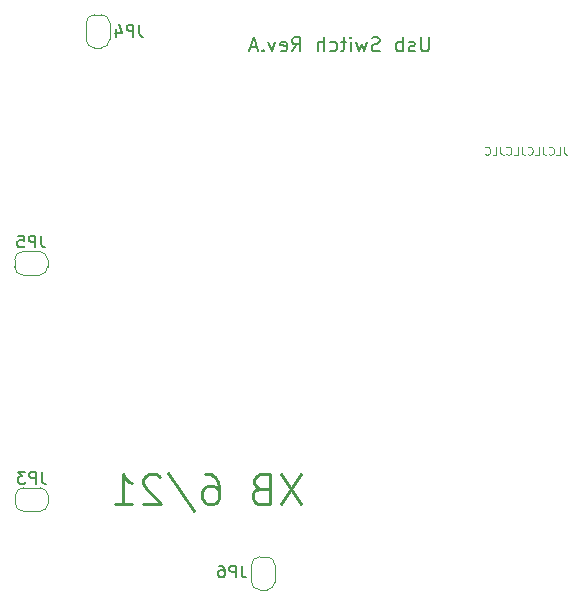
<source format=gbr>
G04 #@! TF.GenerationSoftware,KiCad,Pcbnew,5.1.5+dfsg1-2build2*
G04 #@! TF.CreationDate,2021-06-26T08:25:30+02:00*
G04 #@! TF.ProjectId,usb_switch,7573625f-7377-4697-9463-682e6b696361,rev?*
G04 #@! TF.SameCoordinates,Original*
G04 #@! TF.FileFunction,Legend,Bot*
G04 #@! TF.FilePolarity,Positive*
%FSLAX46Y46*%
G04 Gerber Fmt 4.6, Leading zero omitted, Abs format (unit mm)*
G04 Created by KiCad (PCBNEW 5.1.5+dfsg1-2build2) date 2021-06-26 08:25:30*
%MOMM*%
%LPD*%
G04 APERTURE LIST*
%ADD10C,0.150000*%
%ADD11C,0.250000*%
%ADD12C,0.100000*%
%ADD13C,0.120000*%
G04 APERTURE END LIST*
D10*
X150792857Y-92592857D02*
X150792857Y-93564285D01*
X150735714Y-93678571D01*
X150678571Y-93735714D01*
X150564285Y-93792857D01*
X150335714Y-93792857D01*
X150221428Y-93735714D01*
X150164285Y-93678571D01*
X150107142Y-93564285D01*
X150107142Y-92592857D01*
X149592857Y-93735714D02*
X149478571Y-93792857D01*
X149250000Y-93792857D01*
X149135714Y-93735714D01*
X149078571Y-93621428D01*
X149078571Y-93564285D01*
X149135714Y-93450000D01*
X149250000Y-93392857D01*
X149421428Y-93392857D01*
X149535714Y-93335714D01*
X149592857Y-93221428D01*
X149592857Y-93164285D01*
X149535714Y-93050000D01*
X149421428Y-92992857D01*
X149250000Y-92992857D01*
X149135714Y-93050000D01*
X148564285Y-93792857D02*
X148564285Y-92592857D01*
X148564285Y-93050000D02*
X148450000Y-92992857D01*
X148221428Y-92992857D01*
X148107142Y-93050000D01*
X148050000Y-93107142D01*
X147992857Y-93221428D01*
X147992857Y-93564285D01*
X148050000Y-93678571D01*
X148107142Y-93735714D01*
X148221428Y-93792857D01*
X148450000Y-93792857D01*
X148564285Y-93735714D01*
X146621428Y-93735714D02*
X146450000Y-93792857D01*
X146164285Y-93792857D01*
X146050000Y-93735714D01*
X145992857Y-93678571D01*
X145935714Y-93564285D01*
X145935714Y-93450000D01*
X145992857Y-93335714D01*
X146050000Y-93278571D01*
X146164285Y-93221428D01*
X146392857Y-93164285D01*
X146507142Y-93107142D01*
X146564285Y-93050000D01*
X146621428Y-92935714D01*
X146621428Y-92821428D01*
X146564285Y-92707142D01*
X146507142Y-92650000D01*
X146392857Y-92592857D01*
X146107142Y-92592857D01*
X145935714Y-92650000D01*
X145535714Y-92992857D02*
X145307142Y-93792857D01*
X145078571Y-93221428D01*
X144850000Y-93792857D01*
X144621428Y-92992857D01*
X144164285Y-93792857D02*
X144164285Y-92992857D01*
X144164285Y-92592857D02*
X144221428Y-92650000D01*
X144164285Y-92707142D01*
X144107142Y-92650000D01*
X144164285Y-92592857D01*
X144164285Y-92707142D01*
X143764285Y-92992857D02*
X143307142Y-92992857D01*
X143592857Y-92592857D02*
X143592857Y-93621428D01*
X143535714Y-93735714D01*
X143421428Y-93792857D01*
X143307142Y-93792857D01*
X142392857Y-93735714D02*
X142507142Y-93792857D01*
X142735714Y-93792857D01*
X142850000Y-93735714D01*
X142907142Y-93678571D01*
X142964285Y-93564285D01*
X142964285Y-93221428D01*
X142907142Y-93107142D01*
X142850000Y-93050000D01*
X142735714Y-92992857D01*
X142507142Y-92992857D01*
X142392857Y-93050000D01*
X141878571Y-93792857D02*
X141878571Y-92592857D01*
X141364285Y-93792857D02*
X141364285Y-93164285D01*
X141421428Y-93050000D01*
X141535714Y-92992857D01*
X141707142Y-92992857D01*
X141821428Y-93050000D01*
X141878571Y-93107142D01*
X139192857Y-93792857D02*
X139592857Y-93221428D01*
X139878571Y-93792857D02*
X139878571Y-92592857D01*
X139421428Y-92592857D01*
X139307142Y-92650000D01*
X139250000Y-92707142D01*
X139192857Y-92821428D01*
X139192857Y-92992857D01*
X139250000Y-93107142D01*
X139307142Y-93164285D01*
X139421428Y-93221428D01*
X139878571Y-93221428D01*
X138221428Y-93735714D02*
X138335714Y-93792857D01*
X138564285Y-93792857D01*
X138678571Y-93735714D01*
X138735714Y-93621428D01*
X138735714Y-93164285D01*
X138678571Y-93050000D01*
X138564285Y-92992857D01*
X138335714Y-92992857D01*
X138221428Y-93050000D01*
X138164285Y-93164285D01*
X138164285Y-93278571D01*
X138735714Y-93392857D01*
X137764285Y-92992857D02*
X137478571Y-93792857D01*
X137192857Y-92992857D01*
X136735714Y-93678571D02*
X136678571Y-93735714D01*
X136735714Y-93792857D01*
X136792857Y-93735714D01*
X136735714Y-93678571D01*
X136735714Y-93792857D01*
X136221428Y-93450000D02*
X135650000Y-93450000D01*
X136335714Y-93792857D02*
X135935714Y-92592857D01*
X135535714Y-93792857D01*
D11*
X139916666Y-129630952D02*
X138250000Y-132130952D01*
X138250000Y-129630952D02*
X139916666Y-132130952D01*
X136464285Y-130821428D02*
X136107142Y-130940476D01*
X135988095Y-131059523D01*
X135869047Y-131297619D01*
X135869047Y-131654761D01*
X135988095Y-131892857D01*
X136107142Y-132011904D01*
X136345238Y-132130952D01*
X137297619Y-132130952D01*
X137297619Y-129630952D01*
X136464285Y-129630952D01*
X136226190Y-129750000D01*
X136107142Y-129869047D01*
X135988095Y-130107142D01*
X135988095Y-130345238D01*
X136107142Y-130583333D01*
X136226190Y-130702380D01*
X136464285Y-130821428D01*
X137297619Y-130821428D01*
X131821428Y-129630952D02*
X132297619Y-129630952D01*
X132535714Y-129750000D01*
X132654761Y-129869047D01*
X132892857Y-130226190D01*
X133011904Y-130702380D01*
X133011904Y-131654761D01*
X132892857Y-131892857D01*
X132773809Y-132011904D01*
X132535714Y-132130952D01*
X132059523Y-132130952D01*
X131821428Y-132011904D01*
X131702380Y-131892857D01*
X131583333Y-131654761D01*
X131583333Y-131059523D01*
X131702380Y-130821428D01*
X131821428Y-130702380D01*
X132059523Y-130583333D01*
X132535714Y-130583333D01*
X132773809Y-130702380D01*
X132892857Y-130821428D01*
X133011904Y-131059523D01*
X128726190Y-129511904D02*
X130869047Y-132726190D01*
X128011904Y-129869047D02*
X127892857Y-129750000D01*
X127654761Y-129630952D01*
X127059523Y-129630952D01*
X126821428Y-129750000D01*
X126702380Y-129869047D01*
X126583333Y-130107142D01*
X126583333Y-130345238D01*
X126702380Y-130702380D01*
X128130952Y-132130952D01*
X126583333Y-132130952D01*
X124202380Y-132130952D02*
X125630952Y-132130952D01*
X124916666Y-132130952D02*
X124916666Y-129630952D01*
X125154761Y-129988095D01*
X125392857Y-130226190D01*
X125630952Y-130345238D01*
D12*
X162233333Y-101866666D02*
X162233333Y-102366666D01*
X162266666Y-102466666D01*
X162333333Y-102533333D01*
X162433333Y-102566666D01*
X162500000Y-102566666D01*
X161566666Y-102566666D02*
X161900000Y-102566666D01*
X161900000Y-101866666D01*
X160933333Y-102500000D02*
X160966666Y-102533333D01*
X161066666Y-102566666D01*
X161133333Y-102566666D01*
X161233333Y-102533333D01*
X161300000Y-102466666D01*
X161333333Y-102400000D01*
X161366666Y-102266666D01*
X161366666Y-102166666D01*
X161333333Y-102033333D01*
X161300000Y-101966666D01*
X161233333Y-101900000D01*
X161133333Y-101866666D01*
X161066666Y-101866666D01*
X160966666Y-101900000D01*
X160933333Y-101933333D01*
X160433333Y-101866666D02*
X160433333Y-102366666D01*
X160466666Y-102466666D01*
X160533333Y-102533333D01*
X160633333Y-102566666D01*
X160700000Y-102566666D01*
X159766666Y-102566666D02*
X160100000Y-102566666D01*
X160100000Y-101866666D01*
X159133333Y-102500000D02*
X159166666Y-102533333D01*
X159266666Y-102566666D01*
X159333333Y-102566666D01*
X159433333Y-102533333D01*
X159500000Y-102466666D01*
X159533333Y-102400000D01*
X159566666Y-102266666D01*
X159566666Y-102166666D01*
X159533333Y-102033333D01*
X159500000Y-101966666D01*
X159433333Y-101900000D01*
X159333333Y-101866666D01*
X159266666Y-101866666D01*
X159166666Y-101900000D01*
X159133333Y-101933333D01*
X158633333Y-101866666D02*
X158633333Y-102366666D01*
X158666666Y-102466666D01*
X158733333Y-102533333D01*
X158833333Y-102566666D01*
X158900000Y-102566666D01*
X157966666Y-102566666D02*
X158300000Y-102566666D01*
X158300000Y-101866666D01*
X157333333Y-102500000D02*
X157366666Y-102533333D01*
X157466666Y-102566666D01*
X157533333Y-102566666D01*
X157633333Y-102533333D01*
X157700000Y-102466666D01*
X157733333Y-102400000D01*
X157766666Y-102266666D01*
X157766666Y-102166666D01*
X157733333Y-102033333D01*
X157700000Y-101966666D01*
X157633333Y-101900000D01*
X157533333Y-101866666D01*
X157466666Y-101866666D01*
X157366666Y-101900000D01*
X157333333Y-101933333D01*
X156833333Y-101866666D02*
X156833333Y-102366666D01*
X156866666Y-102466666D01*
X156933333Y-102533333D01*
X157033333Y-102566666D01*
X157100000Y-102566666D01*
X156166666Y-102566666D02*
X156500000Y-102566666D01*
X156500000Y-101866666D01*
X155533333Y-102500000D02*
X155566666Y-102533333D01*
X155666666Y-102566666D01*
X155733333Y-102566666D01*
X155833333Y-102533333D01*
X155900000Y-102466666D01*
X155933333Y-102400000D01*
X155966666Y-102266666D01*
X155966666Y-102166666D01*
X155933333Y-102033333D01*
X155900000Y-101966666D01*
X155833333Y-101900000D01*
X155733333Y-101866666D01*
X155666666Y-101866666D01*
X155566666Y-101900000D01*
X155533333Y-101933333D01*
D13*
X116450000Y-130750000D02*
G75*
G03X115750000Y-131450000I0J-700000D01*
G01*
X115750000Y-132050000D02*
G75*
G03X116450000Y-132750000I700000J0D01*
G01*
X117850000Y-132750000D02*
G75*
G03X118550000Y-132050000I0J700000D01*
G01*
X118550000Y-131450000D02*
G75*
G03X117850000Y-130750000I-700000J0D01*
G01*
X118550000Y-132050000D02*
X118550000Y-131450000D01*
X116450000Y-132750000D02*
X117850000Y-132750000D01*
X115750000Y-131450000D02*
X115750000Y-132050000D01*
X117850000Y-130750000D02*
X116450000Y-130750000D01*
X123750000Y-91400000D02*
G75*
G03X123050000Y-90700000I-700000J0D01*
G01*
X122450000Y-90700000D02*
G75*
G03X121750000Y-91400000I0J-700000D01*
G01*
X121750000Y-92800000D02*
G75*
G03X122450000Y-93500000I700000J0D01*
G01*
X123050000Y-93500000D02*
G75*
G03X123750000Y-92800000I0J700000D01*
G01*
X122450000Y-93500000D02*
X123050000Y-93500000D01*
X121750000Y-91400000D02*
X121750000Y-92800000D01*
X123050000Y-90700000D02*
X122450000Y-90700000D01*
X123750000Y-92800000D02*
X123750000Y-91400000D01*
X117800000Y-110750000D02*
X116400000Y-110750000D01*
X115700000Y-111450000D02*
X115700000Y-112050000D01*
X116400000Y-112750000D02*
X117800000Y-112750000D01*
X118500000Y-112050000D02*
X118500000Y-111450000D01*
X118500000Y-111450000D02*
G75*
G03X117800000Y-110750000I-700000J0D01*
G01*
X117800000Y-112750000D02*
G75*
G03X118500000Y-112050000I0J700000D01*
G01*
X115700000Y-112050000D02*
G75*
G03X116400000Y-112750000I700000J0D01*
G01*
X116400000Y-110750000D02*
G75*
G03X115700000Y-111450000I0J-700000D01*
G01*
X135750000Y-138700000D02*
G75*
G03X136450000Y-139400000I700000J0D01*
G01*
X137050000Y-139400000D02*
G75*
G03X137750000Y-138700000I0J700000D01*
G01*
X137750000Y-137300000D02*
G75*
G03X137050000Y-136600000I-700000J0D01*
G01*
X136450000Y-136600000D02*
G75*
G03X135750000Y-137300000I0J-700000D01*
G01*
X137050000Y-136600000D02*
X136450000Y-136600000D01*
X137750000Y-138700000D02*
X137750000Y-137300000D01*
X136450000Y-139400000D02*
X137050000Y-139400000D01*
X135750000Y-137300000D02*
X135750000Y-138700000D01*
D10*
X117983333Y-129402380D02*
X117983333Y-130116666D01*
X118030952Y-130259523D01*
X118126190Y-130354761D01*
X118269047Y-130402380D01*
X118364285Y-130402380D01*
X117507142Y-130402380D02*
X117507142Y-129402380D01*
X117126190Y-129402380D01*
X117030952Y-129450000D01*
X116983333Y-129497619D01*
X116935714Y-129592857D01*
X116935714Y-129735714D01*
X116983333Y-129830952D01*
X117030952Y-129878571D01*
X117126190Y-129926190D01*
X117507142Y-129926190D01*
X116602380Y-129402380D02*
X115983333Y-129402380D01*
X116316666Y-129783333D01*
X116173809Y-129783333D01*
X116078571Y-129830952D01*
X116030952Y-129878571D01*
X115983333Y-129973809D01*
X115983333Y-130211904D01*
X116030952Y-130307142D01*
X116078571Y-130354761D01*
X116173809Y-130402380D01*
X116459523Y-130402380D01*
X116554761Y-130354761D01*
X116602380Y-130307142D01*
X126233333Y-91552380D02*
X126233333Y-92266666D01*
X126280952Y-92409523D01*
X126376190Y-92504761D01*
X126519047Y-92552380D01*
X126614285Y-92552380D01*
X125757142Y-92552380D02*
X125757142Y-91552380D01*
X125376190Y-91552380D01*
X125280952Y-91600000D01*
X125233333Y-91647619D01*
X125185714Y-91742857D01*
X125185714Y-91885714D01*
X125233333Y-91980952D01*
X125280952Y-92028571D01*
X125376190Y-92076190D01*
X125757142Y-92076190D01*
X124328571Y-91885714D02*
X124328571Y-92552380D01*
X124566666Y-91504761D02*
X124804761Y-92219047D01*
X124185714Y-92219047D01*
X117933333Y-109402380D02*
X117933333Y-110116666D01*
X117980952Y-110259523D01*
X118076190Y-110354761D01*
X118219047Y-110402380D01*
X118314285Y-110402380D01*
X117457142Y-110402380D02*
X117457142Y-109402380D01*
X117076190Y-109402380D01*
X116980952Y-109450000D01*
X116933333Y-109497619D01*
X116885714Y-109592857D01*
X116885714Y-109735714D01*
X116933333Y-109830952D01*
X116980952Y-109878571D01*
X117076190Y-109926190D01*
X117457142Y-109926190D01*
X115980952Y-109402380D02*
X116457142Y-109402380D01*
X116504761Y-109878571D01*
X116457142Y-109830952D01*
X116361904Y-109783333D01*
X116123809Y-109783333D01*
X116028571Y-109830952D01*
X115980952Y-109878571D01*
X115933333Y-109973809D01*
X115933333Y-110211904D01*
X115980952Y-110307142D01*
X116028571Y-110354761D01*
X116123809Y-110402380D01*
X116361904Y-110402380D01*
X116457142Y-110354761D01*
X116504761Y-110307142D01*
X134933333Y-137352380D02*
X134933333Y-138066666D01*
X134980952Y-138209523D01*
X135076190Y-138304761D01*
X135219047Y-138352380D01*
X135314285Y-138352380D01*
X134457142Y-138352380D02*
X134457142Y-137352380D01*
X134076190Y-137352380D01*
X133980952Y-137400000D01*
X133933333Y-137447619D01*
X133885714Y-137542857D01*
X133885714Y-137685714D01*
X133933333Y-137780952D01*
X133980952Y-137828571D01*
X134076190Y-137876190D01*
X134457142Y-137876190D01*
X133028571Y-137352380D02*
X133219047Y-137352380D01*
X133314285Y-137400000D01*
X133361904Y-137447619D01*
X133457142Y-137590476D01*
X133504761Y-137780952D01*
X133504761Y-138161904D01*
X133457142Y-138257142D01*
X133409523Y-138304761D01*
X133314285Y-138352380D01*
X133123809Y-138352380D01*
X133028571Y-138304761D01*
X132980952Y-138257142D01*
X132933333Y-138161904D01*
X132933333Y-137923809D01*
X132980952Y-137828571D01*
X133028571Y-137780952D01*
X133123809Y-137733333D01*
X133314285Y-137733333D01*
X133409523Y-137780952D01*
X133457142Y-137828571D01*
X133504761Y-137923809D01*
M02*

</source>
